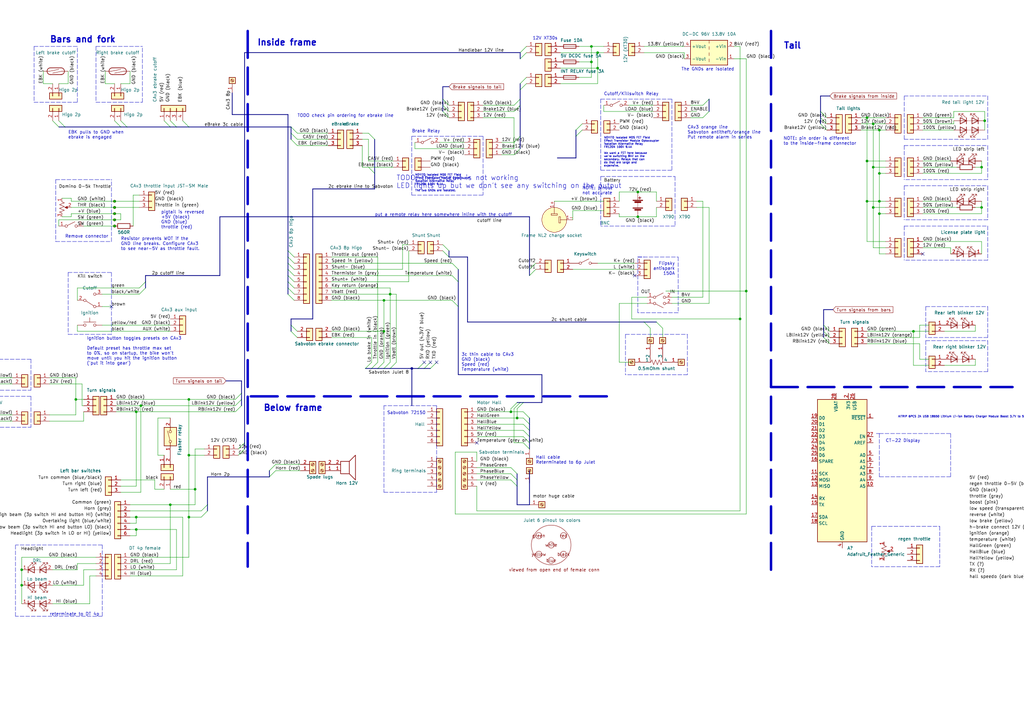
<source format=kicad_sch>
(kicad_sch (version 20211123) (generator eeschema)
  (paper "A3")
  (junction (at 46.99 82.55))
  (junction (at 55.88 217.17))
  (junction (at 355.6 82.55))
  (junction (at 242.57 25.4))
  (junction (at 77.47 163.83))
  (junction (at 402.59 68.58))
  (junction (at 360.68 53.34))
  (junction (at 77.47 186.69))
  (junction (at 209.55 168.91))
  (junction (at 261.62 78.74))
  (junction (at 77.47 212.09))
  (junction (at 358.14 85.09))
  (junction (at 303.53 130.81))
  (junction (at 212.09 171.45))
  (junction (at 360.68 87.63))
  (junction (at 245.11 21.59))
  (junction (at 374.65 135.89))
  (junction (at 157.48 123.19))
  (junction (at 360.68 82.55))
  (junction (at 55.88 168.91))
  (junction (at 355.6 48.26))
  (junction (at 242.57 19.05))
  (junction (at 46.99 90.17))
  (junction (at 57.785 166.37))
  (junction (at 403.86 49.53))
  (junction (at 80.01 200.66))
  (junction (at 168.91 151.13))
  (junction (at 8.89 240.03))
  (junction (at 358.14 50.8))
  (junction (at 157.48 135.89))
  (junction (at 358.14 68.58))
  (junction (at 360.68 71.12))
  (junction (at 8.89 233.68))
  (junction (at 355.6 66.04))
  (junction (at 69.85 207.01))
  (junction (at 46.99 92.71))
  (junction (at 46.99 85.09))
  (junction (at 402.59 85.09))
  (junction (at 261.62 88.9))
  (junction (at 160.02 120.65))
  (junction (at 55.88 212.09))
  (junction (at 46.99 87.63))
  (junction (at 245.11 27.94))
  (junction (at 31.115 163.83))
  (junction (at 306.07 119.38))
  (no_connect (at 179.07 148.59))
  (no_connect (at 176.53 148.59))
  (no_connect (at 260.35 113.03))
  (no_connect (at 378.46 104.14))
  (no_connect (at 45.72 125.73))
  (no_connect (at 195.58 181.61))
  (no_connect (at 173.99 148.59))
  (bus_entry (at 337.82 138.43) (size 2.54 2.54))
  (bus_entry (at 337.82 133.35) (size 2.54 2.54))
  (bus_entry (at 69.85 49.53) (size 2.54 2.54))
  (bus_entry (at 210.82 63.5) (size 2.54 -2.54))
  (bus_entry (at 176.53 148.59) (size -2.54 2.54))
  (bus_entry (at 119.38 52.07) (size 2.54 2.54))
  (bus_entry (at 214.63 176.53) (size 2.54 2.54))
  (bus_entry (at 336.55 50.8) (size 2.54 2.54))
  (bus_entry (at 337.82 135.89) (size 2.54 2.54))
  (bus_entry (at 118.11 115.57) (size 2.54 2.54))
  (bus_entry (at 82.55 212.09) (size 2.54 -2.54))
  (bus_entry (at 214.63 165.1) (size -2.54 2.54))
  (bus_entry (at 336.55 45.72) (size 2.54 2.54))
  (bus_entry (at 181.61 45.72) (size 2.54 2.54))
  (bus_entry (at 264.16 132.08) (size 2.54 2.54))
  (bus_entry (at 181.61 100.33) (size 2.54 2.54))
  (bus_entry (at 213.36 43.18) (size -2.54 2.54))
  (bus_entry (at 215.9 31.75) (size -2.54 2.54))
  (bus_entry (at 179.07 148.59) (size -2.54 2.54))
  (bus_entry (at 119.38 57.15) (size 2.54 2.54))
  (bus_entry (at 269.24 132.08) (size 2.54 2.54))
  (bus_entry (at 118.11 118.11) (size 2.54 2.54))
  (bus_entry (at 185.42 113.03) (size 2.54 2.54))
  (bus_entry (at 160.02 148.59) (size -2.54 2.54))
  (bus_entry (at 162.56 148.59) (size -2.54 2.54))
  (bus_entry (at 213.36 40.64) (size -2.54 2.54))
  (bus_entry (at 210.82 58.42) (size 2.54 -2.54))
  (bus_entry (at 118.11 105.41) (size 2.54 2.54))
  (bus_entry (at 119.38 133.35) (size 2.54 2.54))
  (bus_entry (at 49.53 49.53) (size 2.54 2.54))
  (bus_entry (at 96.52 163.83) (size 2.54 -2.54))
  (bus_entry (at 96.52 166.37) (size 2.54 -2.54))
  (bus_entry (at 96.52 168.91) (size 2.54 -2.54))
  (bus_entry (at 21.59 49.53) (size 2.54 2.54))
  (bus_entry (at 57.15 118.11) (size 2.54 -2.54))
  (bus_entry (at 181.61 40.64) (size 2.54 2.54))
  (bus_entry (at 336.55 48.26) (size 2.54 2.54))
  (bus_entry (at 215.9 34.29) (size -2.54 2.54))
  (bus_entry (at 24.13 49.53) (size 2.54 2.54))
  (bus_entry (at 118.11 113.03) (size 2.54 2.54))
  (bus_entry (at 215.9 21.59) (size -2.54 2.54))
  (bus_entry (at 157.48 148.59) (size -2.54 2.54))
  (bus_entry (at 118.11 110.49) (size 2.54 2.54))
  (bus_entry (at 97.79 186.69) (size 2.54 -2.54))
  (bus_entry (at 46.99 49.53) (size 2.54 2.54))
  (bus_entry (at 214.63 179.07) (size 2.54 2.54))
  (bus_entry (at 118.11 107.95) (size 2.54 2.54))
  (bus_entry (at 288.29 43.18) (size 2.54 -2.54))
  (bus_entry (at 151.13 54.61) (size 2.54 2.54))
  (bus_entry (at 181.61 43.18) (size 2.54 2.54))
  (bus_entry (at 209.55 194.31) (size 2.54 2.54))
  (bus_entry (at 214.63 168.91) (size 2.54 2.54))
  (bus_entry (at 151.13 68.58) (size 2.54 2.54))
  (bus_entry (at 97.79 184.15) (size 2.54 -2.54))
  (bus_entry (at 209.55 196.85) (size 2.54 2.54))
  (bus_entry (at 82.55 209.55) (size 2.54 -2.54))
  (bus_entry (at 152.4 148.59) (size -2.54 2.54))
  (bus_entry (at 57.15 120.65) (size 2.54 -2.54))
  (bus_entry (at 119.38 54.61) (size 2.54 2.54))
  (bus_entry (at 238.76 50.8) (size -2.54 2.54))
  (bus_entry (at 118.11 102.87) (size 2.54 2.54))
  (bus_entry (at 181.61 102.87) (size 2.54 2.54))
  (bus_entry (at 74.93 49.53) (size 2.54 2.54))
  (bus_entry (at 173.99 148.59) (size -2.54 2.54))
  (bus_entry (at 215.9 19.05) (size -2.54 2.54))
  (bus_entry (at 213.36 165.1) (size -2.54 2.54))
  (bus_entry (at 67.31 49.53) (size 2.54 2.54))
  (bus_entry (at 209.55 191.77) (size 2.54 2.54))
  (bus_entry (at 238.76 53.34) (size -2.54 2.54))
  (bus_entry (at 214.63 171.45) (size 2.54 2.54))
  (bus_entry (at 212.09 165.1) (size -2.54 2.54))
  (bus_entry (at 288.29 48.26) (size 2.54 -2.54))
  (bus_entry (at 119.38 135.89) (size 2.54 2.54))
  (bus_entry (at 219.71 107.95) (size -2.54 2.54))
  (bus_entry (at 110.49 193.04) (size 2.54 -2.54))
  (bus_entry (at 185.42 107.95) (size 2.54 2.54))
  (bus_entry (at 110.49 195.58) (size 2.54 -2.54))
  (bus_entry (at 154.94 148.59) (size -2.54 2.54))
  (bus_entry (at 219.71 110.49) (size -2.54 2.54))
  (bus_entry (at 214.63 181.61) (size 2.54 2.54))
  (bus_entry (at 185.42 123.19) (size 2.54 2.54))
  (bus_entry (at 118.11 120.65) (size 2.54 2.54))
  (bus_entry (at 214.63 173.99) (size 2.54 2.54))
  (wire (pts (xy 355.6 66.04) (xy 363.22 66.04)))
  (wire (pts (xy 403.86 49.53) (xy 403.86 53.34)))
  (wire (pts (xy 24.13 92.71) (xy 24.13 90.17)))
  (wire (pts (xy 135.89 107.95) (xy 185.42 107.95)))
  (wire (pts (xy 135.89 120.65) (xy 160.02 120.65)))
  (wire (pts (xy 303.53 130.81) (xy 303.53 209.55)))
  (wire (pts (xy 43.18 34.29) (xy 46.99 34.29)))
  (wire (pts (xy 212.09 167.64) (xy 212.09 171.45)))
  (wire (pts (xy 49.53 201.93) (xy 57.785 201.93)))
  (polyline (pts (xy -22.86 175.26) (xy 12.7 175.26)))
  (wire (pts (xy 157.48 135.89) (xy 157.48 148.59)))
  (wire (pts (xy 280.67 19.05) (xy 264.16 19.05)))
  (wire (pts (xy 55.88 217.17) (xy 72.39 217.17)))
  (wire (pts (xy 57.785 201.93) (xy 57.785 166.37)))
  (wire (pts (xy 280.67 24.13) (xy 280.67 21.59)))
  (wire (pts (xy 400.05 135.89) (xy 387.35 135.89)))
  (wire (pts (xy -21.59 170.18) (xy -21.59 172.72)))
  (wire (pts (xy 80.01 184.15) (xy 83.82 184.15)))
  (wire (pts (xy 36.83 247.65) (xy 36.83 236.22)))
  (wire (pts (xy 170.18 58.42) (xy 170.18 60.96)))
  (bus (pts (xy 95.25 38.1) (xy 95.25 46.99)))
  (bus (pts (xy 181.61 45.72) (xy 181.61 43.18)))
  (wire (pts (xy 377.19 138.43) (xy 377.19 133.35)))
  (wire (pts (xy 378.46 66.04) (xy 389.89 66.04)))
  (bus (pts (xy 77.47 52.07) (xy 119.38 52.07)))
  (bus (pts (xy 90.17 88.9) (xy 217.17 88.9)))
  (wire (pts (xy 283.21 45.72) (xy 285.75 45.72)))
  (polyline (pts (xy 39.37 19.05) (xy 58.42 19.05)))
  (wire (pts (xy 49.53 199.39) (xy 55.88 199.39)))
  (polyline (pts (xy 261.62 105.41) (xy 264.16 105.41)))
  (wire (pts (xy 254 88.9) (xy 261.62 88.9)))
  (wire (pts (xy 378.46 71.12) (xy 402.59 71.12)))
  (bus (pts (xy 26.67 52.07) (xy 49.53 52.07)))
  (wire (pts (xy 69.85 207.01) (xy 80.01 207.01)))
  (polyline (pts (xy 405.13 59.69) (xy 405.13 73.66)))
  (wire (pts (xy 212.09 171.45) (xy 214.63 171.45)))
  (wire (pts (xy 195.58 191.77) (xy 209.55 191.77)))
  (wire (pts (xy 358.14 68.58) (xy 358.14 85.09)))
  (wire (pts (xy 209.55 168.91) (xy 214.63 168.91)))
  (polyline (pts (xy 370.84 92.71) (xy 370.84 106.68)))
  (wire (pts (xy 160.02 120.65) (xy 162.56 120.65)))
  (bus (pts (xy 154.94 151.13) (xy 157.48 151.13)))
  (wire (pts (xy 46.99 82.55) (xy 57.15 82.55)))
  (bus (pts (xy 59.69 115.57) (xy 59.69 118.11)))
  (polyline (pts (xy 41.91 223.52) (xy 6.35 223.52)))
  (wire (pts (xy 360.68 82.55) (xy 363.22 82.55)))
  (wire (pts (xy 242.57 19.05) (xy 247.65 19.05)))
  (wire (pts (xy 69.85 231.14) (xy 69.85 207.01)))
  (polyline (pts (xy 385.445 232.41) (xy 357.505 232.41)))
  (wire (pts (xy 195.58 199.39) (xy 195.58 209.55)))
  (wire (pts (xy 402.59 68.58) (xy 402.59 71.12)))
  (wire (pts (xy 53.34 29.21) (xy 53.34 34.29)))
  (bus (pts (xy 99.06 166.37) (xy 99.06 163.83)))
  (wire (pts (xy 363.22 99.06) (xy 355.6 99.06)))
  (wire (pts (xy 247.65 45.72) (xy 267.97 45.72)))
  (wire (pts (xy 306.07 24.13) (xy 306.07 119.38)))
  (bus (pts (xy 153.67 71.12) (xy 153.67 77.47)))
  (wire (pts (xy 195.58 209.55) (xy 303.53 209.55)))
  (wire (pts (xy 363.22 101.6) (xy 358.14 101.6)))
  (wire (pts (xy 53.34 207.01) (xy 69.85 207.01)))
  (wire (pts (xy 74.93 212.09) (xy 74.93 236.22)))
  (wire (pts (xy 161.29 66.04) (xy 151.13 66.04)))
  (polyline (pts (xy 246.38 40.64) (xy 275.59 40.64)))
  (wire (pts (xy 360.68 87.63) (xy 363.22 87.63)))
  (wire (pts (xy 25.4 88.9) (xy 29.21 88.9)))
  (wire (pts (xy 229.87 21.59) (xy 245.11 21.59)))
  (wire (pts (xy 290.83 85.09) (xy 290.83 124.46)))
  (polyline (pts (xy 157.48 166.37) (xy 157.48 201.93)))
  (wire (pts (xy 20.32 157.48) (xy 33.655 157.48)))
  (wire (pts (xy 8.89 233.68) (xy 8.89 240.03)))
  (wire (pts (xy 47.625 168.91) (xy 55.88 168.91)))
  (bus (pts (xy 236.22 55.88) (xy 236.22 53.34)))
  (wire (pts (xy 80.01 200.66) (xy 80.01 207.01)))
  (polyline (pts (xy 405.13 138.43) (xy 379.73 138.43)))
  (polyline (pts (xy 278.13 128.27) (xy 261.62 128.27)))
  (wire (pts (xy 280.67 21.59) (xy 264.16 21.59)))
  (bus (pts (xy 128.27 77.47) (xy 153.67 77.47)))
  (bus (pts (xy 212.09 207.01) (xy 217.17 207.01)))
  (bus (pts (xy 85.09 195.58) (xy 110.49 195.58)))
  (wire (pts (xy 31.115 154.94) (xy 31.115 163.83)))
  (wire (pts (xy 259.08 121.92) (xy 259.08 130.81)))
  (wire (pts (xy 402.59 99.06) (xy 402.59 104.14)))
  (wire (pts (xy 8.89 228.6) (xy 39.37 228.6)))
  (wire (pts (xy 152.4 138.43) (xy 152.4 148.59)))
  (polyline (pts (xy 370.84 92.71) (xy 405.13 92.71)))
  (bus (pts (xy 337.82 138.43) (xy 337.82 135.89)))
  (bus (pts (xy 336.55 45.72) (xy 336.55 39.37)))
  (bus (pts (xy 228.6 64.77) (xy 236.22 64.77)))
  (wire (pts (xy -21.59 154.94) (xy -21.59 157.48)))
  (wire (pts (xy 229.87 27.94) (xy 245.11 27.94)))
  (bus (pts (xy 187.96 125.73) (xy 187.96 153.67)))
  (wire (pts (xy 77.47 212.09) (xy 77.47 228.6)))
  (wire (pts (xy 209.55 167.64) (xy 209.55 168.91)))
  (wire (pts (xy 5.08 172.72) (xy -21.59 172.72)))
  (wire (pts (xy 64.77 186.69) (xy 64.77 171.45)))
  (wire (pts (xy 135.89 115.57) (xy 167.64 115.57)))
  (wire (pts (xy 358.14 85.09) (xy 363.22 85.09)))
  (polyline (pts (xy 405.13 92.71) (xy 405.13 106.68)))
  (wire (pts (xy 55.88 168.91) (xy 55.88 199.39)))
  (wire (pts (xy 31.75 135.89) (xy 69.85 135.89)))
  (bus (pts (xy 214.63 165.1) (xy 222.25 165.1)))
  (wire (pts (xy -21.59 157.48) (xy 5.08 157.48)))
  (polyline (pts (xy 360.68 177.8) (xy 389.89 177.8)))
  (wire (pts (xy 306.07 24.13) (xy 300.99 24.13)))
  (bus (pts (xy 191.77 132.08) (xy 264.16 132.08)))
  (wire (pts (xy 360.68 104.14) (xy 363.22 104.14)))
  (wire (pts (xy 31.75 123.19) (xy 31.75 118.11)))
  (wire (pts (xy 34.29 168.91) (xy 34.29 172.72)))
  (wire (pts (xy 54.61 80.01) (xy 57.15 80.01)))
  (wire (pts (xy 53.34 214.63) (xy 55.88 214.63)))
  (wire (pts (xy 285.75 82.55) (xy 288.29 82.55)))
  (wire (pts (xy 402.59 85.09) (xy 402.59 87.63)))
  (wire (pts (xy 121.92 59.69) (xy 134.62 59.69)))
  (polyline (pts (xy 13.97 41.91) (xy 31.75 41.91)))
  (wire (pts (xy 53.34 231.14) (xy 69.85 231.14)))
  (wire (pts (xy 46.99 90.17) (xy 49.53 90.17)))
  (wire (pts (xy 31.75 231.14) (xy 39.37 231.14)))
  (polyline (pts (xy 246.38 40.64) (xy 246.38 69.85)))
  (wire (pts (xy 254 124.46) (xy 254 148.59)))
  (polyline (pts (xy 12.7 147.32) (xy -22.86 147.32)))
  (bus (pts (xy 90.17 113.03) (xy 59.69 113.03)))
  (bus (pts (xy 184.15 35.56) (xy 181.61 35.56)))
  (wire (pts (xy 242.57 25.4) (xy 242.57 31.75)))
  (polyline (pts (xy 405.13 139.7) (xy 405.13 152.4)))
  (wire (pts (xy 47.625 166.37) (xy 57.785 166.37)))
  (wire (pts (xy 378.46 82.55) (xy 389.89 82.55)))
  (wire (pts (xy 378.46 99.06) (xy 402.59 99.06)))
  (wire (pts (xy 135.89 123.19) (xy 157.48 123.19)))
  (wire (pts (xy 161.29 68.58) (xy 151.13 68.58)))
  (bus (pts (xy 336.55 39.37) (xy 340.36 39.37)))
  (wire (pts (xy 54.61 80.01) (xy 54.61 92.71)))
  (wire (pts (xy 31.75 118.11) (xy 57.15 118.11)))
  (wire (pts (xy 360.68 71.12) (xy 360.68 82.55)))
  (wire (pts (xy 69.85 200.66) (xy 80.01 200.66)))
  (wire (pts (xy 242.57 19.05) (xy 242.57 25.4)))
  (bus (pts (xy 336.55 48.26) (xy 336.55 45.72)))
  (wire (pts (xy 47.625 163.83) (xy 77.47 163.83)))
  (polyline (pts (xy 316.23 12.7) (xy 316.23 233.68)) (stroke (width 1)))
  (wire (pts (xy 29.21 87.63) (xy 46.99 87.63)))
  (bus (pts (xy 217.17 88.9) (xy 217.17 110.49)))
  (polyline (pts (xy 101.6 12.7) (xy 101.6 232.41)) (stroke (width 1)))
  (polyline (pts (xy 179.07 166.37) (xy 179.07 201.93)))
  (polyline (pts (xy 22.86 99.06) (xy 45.72 99.06)))
  (wire (pts (xy -8.89 170.18) (xy 5.08 170.18)))
  (bus (pts (xy 264.16 132.08) (xy 269.24 132.08)))
  (bus (pts (xy 119.38 54.61) (xy 119.38 57.15)))
  (wire (pts (xy 402.59 82.55) (xy 402.59 85.09)))
  (polyline (pts (xy 473.71 203.2) (xy 473.71 236.22)))
  (polyline (pts (xy 13.97 19.05) (xy 31.75 19.05)))
  (bus (pts (xy 212.09 196.85) (xy 212.09 199.39)))
  (polyline (pts (xy 443.23 203.2) (xy 443.23 236.22)))
  (polyline (pts (xy 27.94 111.76) (xy 45.72 111.76)))
  (bus (pts (xy 171.45 151.13) (xy 173.99 151.13)))
  (wire (pts (xy 53.34 233.68) (xy 72.39 233.68)))
  (polyline (pts (xy 6.35 252.73) (xy 6.35 223.52)))
  (wire (pts (xy 288.29 121.92) (xy 275.59 121.92)))
  (bus (pts (xy 99.06 161.29) (xy 99.06 156.21)))
  (polyline (pts (xy 275.59 40.64) (xy 275.59 69.85)))
  (wire (pts (xy 198.12 43.18) (xy 210.82 43.18)))
  (polyline (pts (xy 276.86 92.71) (xy 246.38 92.71)))
  (polyline (pts (xy 102.87 162.56) (xy 252.73 162.56)) (stroke (width 1)))
  (polyline (pts (xy 379.73 125.73) (xy 405.13 125.73)))
  (wire (pts (xy 261.62 78.74) (xy 269.24 78.74)))
  (polyline (pts (xy 405.13 106.68) (xy 370.84 106.68)))
  (bus (pts (xy 181.61 35.56) (xy 181.61 40.64)))
  (polyline (pts (xy 198.12 55.88) (xy 198.12 80.01)))
  (bus (pts (xy 52.07 52.07) (xy 69.85 52.07)))
  (wire (pts (xy 355.6 135.89) (xy 374.65 135.89)))
  (bus (pts (xy 337.82 133.35) (xy 337.82 127)))
  (bus (pts (xy 69.85 52.07) (xy 72.39 52.07)))
  (polyline (pts (xy 360.68 195.58) (xy 360.68 177.8)))
  (bus (pts (xy 99.06 163.83) (xy 99.06 161.29)))
  (bus (pts (xy 337.82 135.89) (xy 337.82 133.35)))
  (wire (pts (xy 34.29 166.37) (xy 33.655 166.37)))
  (bus (pts (xy 212.09 165.1) (xy 213.36 165.1)))
  (wire (pts (xy 198.12 48.26) (xy 210.82 48.26)))
  (wire (pts (xy 195.58 194.31) (xy 209.55 194.31)))
  (wire (pts (xy 29.21 82.55) (xy 46.99 82.55)))
  (bus (pts (xy 157.48 151.13) (xy 160.02 151.13)))
  (polyline (pts (xy 389.89 195.58) (xy 360.68 195.58)))
  (polyline (pts (xy 45.72 111.76) (xy 45.72 137.16)))
  (wire (pts (xy 27.94 29.21) (xy 27.94 34.29)))
  (bus (pts (xy 168.91 151.13) (xy 168.91 166.37)))
  (polyline (pts (xy 41.91 223.52) (xy 41.91 252.73)))
  (wire (pts (xy 378.46 101.6) (xy 389.89 101.6)))
  (wire (pts (xy 53.34 34.29) (xy 49.53 34.29)))
  (wire (pts (xy 17.78 34.29) (xy 21.59 34.29)))
  (wire (pts (xy 77.47 186.69) (xy 77.47 212.09)))
  (bus (pts (xy 213.36 36.83) (xy 213.36 40.64)))
  (wire (pts (xy 121.92 57.15) (xy 134.62 57.15)))
  (wire (pts (xy 34.29 240.03) (xy 34.29 233.68)))
  (wire (pts (xy 167.64 115.57) (xy 167.64 102.87)))
  (wire (pts (xy 154.94 105.41) (xy 154.94 148.59)))
  (wire (pts (xy 400.05 133.35) (xy 400.05 135.89)))
  (wire (pts (xy 162.56 120.65) (xy 162.56 148.59)))
  (bus (pts (xy 213.36 55.88) (xy 213.36 60.96)))
  (bus (pts (xy 222.25 153.67) (xy 222.25 165.1)))
  (bus (pts (xy 119.38 135.89) (xy 119.38 133.35)))
  (bus (pts (xy 187.96 115.57) (xy 187.96 125.73)))
  (wire (pts (xy 20.32 154.94) (xy 31.115 154.94)))
  (wire (pts (xy 121.92 54.61) (xy 134.62 54.61)))
  (bus (pts (xy 110.49 193.04) (xy 110.49 195.58)))
  (polyline (pts (xy 22.86 73.66) (xy 22.86 99.06)))
  (wire (pts (xy 36.83 236.22) (xy 39.37 236.22)))
  (polyline (pts (xy 357.505 215.9) (xy 385.445 215.9)))
  (wire (pts (xy 72.39 217.17) (xy 72.39 233.68)))
  (polyline (pts (xy 405.13 125.73) (xy 405.13 138.43)))
  (wire (pts (xy 245.11 27.94) (xy 245.11 34.29)))
  (wire (pts (xy 210.82 63.5) (xy 205.74 63.5)))
  (bus (pts (xy 119.38 133.35) (xy 119.38 130.81)))
  (wire (pts (xy 360.68 53.34) (xy 360.68 71.12)))
  (wire (pts (xy 257.81 43.18) (xy 267.97 43.18)))
  (polyline (pts (xy 405.13 73.66) (xy 370.84 73.66)))
  (wire (pts (xy 306.07 210.82) (xy 306.07 119.38)))
  (wire (pts (xy 43.18 29.21) (xy 43.18 34.29)))
  (wire (pts (xy 254 148.59) (xy 259.08 148.59)))
  (wire (pts (xy 245.11 21.59) (xy 245.11 27.94)))
  (polyline (pts (xy 359.41 177.8) (xy 360.68 177.8)))
  (wire (pts (xy 254 87.63) (xy 254 88.9)))
  (wire (pts (xy 387.35 149.86) (xy 400.05 149.86)))
  (wire (pts (xy 273.05 119.38) (xy 306.07 119.38)))
  (wire (pts (xy 360.68 53.34) (xy 363.22 53.34)))
  (bus (pts (xy 187.96 110.49) (xy 187.96 115.57)))
  (bus (pts (xy 95.25 46.99) (xy 118.11 46.99)))
  (wire (pts (xy 195.58 189.23) (xy 195.58 185.42)))
  (wire (pts (xy 63.5 196.85) (xy 63.5 200.66)))
  (wire (pts (xy 353.06 48.26) (xy 355.6 48.26)))
  (bus (pts (xy 118.11 118.11) (xy 118.11 115.57)))
  (bus (pts (xy 173.99 151.13) (xy 176.53 151.13)))
  (bus (pts (xy 213.36 40.64) (xy 213.36 43.18)))
  (wire (pts (xy 29.21 85.09) (xy 46.99 85.09)))
  (wire (pts (xy 198.12 45.72) (xy 210.82 45.72)))
  (wire (pts (xy 195.58 173.99) (xy 214.63 173.99)))
  (wire (pts (xy 31.75 233.68) (xy 21.59 233.68)))
  (polyline (pts (xy 370.84 76.2) (xy 405.13 76.2)))
  (wire (pts (xy 77.47 163.83) (xy 77.47 186.69)))
  (wire (pts (xy 8.89 228.6) (xy 8.89 233.68)))
  (bus (pts (xy 217.17 193.04) (xy 217.17 207.01)))
  (wire (pts (xy 391.16 50.8) (xy 378.46 50.8)))
  (wire (pts (xy 378.46 85.09) (xy 392.43 85.09)))
  (bus (pts (xy 337.82 127) (xy 341.63 127)))
  (wire (pts (xy 34.29 233.68) (xy 39.37 233.68)))
  (wire (pts (xy 77.47 186.69) (xy 83.82 186.69)))
  (polyline (pts (xy 168.91 55.88) (xy 198.12 55.88)))
  (polyline (pts (xy 473.71 236.22) (xy 443.23 236.22)))
  (wire (pts (xy 21.59 247.65) (xy 36.83 247.65)))
  (wire (pts (xy 290.83 124.46) (xy 275.59 124.46)))
  (bus (pts (xy 217.17 171.45) (xy 217.17 173.99)))
  (bus (pts (xy 118.11 120.65) (xy 118.11 118.11)))
  (bus (pts (xy 118.11 115.57) (xy 118.11 113.03)))
  (polyline (pts (xy 357.505 215.9) (xy 357.505 232.41)))
  (wire (pts (xy 170.18 60.96) (xy 190.5 60.96)))
  (bus (pts (xy 100.33 21.59) (xy 100.33 181.61)))
  (wire (pts (xy 53.34 236.22) (xy 74.93 236.22)))
  (polyline (pts (xy 39.37 19.05) (xy 39.37 41.91)))
  (polyline (pts (xy 379.73 139.7) (xy 379.73 152.4)))
  (wire (pts (xy 265.43 121.92) (xy 259.08 121.92)))
  (polyline (pts (xy 12.7 162.56) (xy 12.7 175.26)))
  (wire (pts (xy 358.14 85.09) (xy 358.14 101.6)))
  (wire (pts (xy 205.74 58.42) (xy 210.82 58.42)))
  (polyline (pts (xy 443.23 203.2) (xy 473.71 203.2)))
  (bus (pts (xy 191.77 105.41) (xy 191.77 132.08)))
  (wire (pts (xy 41.91 125.73) (xy 45.72 125.73)))
  (bus (pts (xy 212.09 194.31) (xy 212.09 196.85)))
  (wire (pts (xy 160.02 118.11) (xy 160.02 120.65)))
  (wire (pts (xy 148.59 57.15) (xy 151.13 57.15)))
  (wire (pts (xy 195.58 168.91) (xy 209.55 168.91)))
  (wire (pts (xy 227.33 82.55) (xy 247.65 82.55)))
  (wire (pts (xy 186.69 185.42) (xy 186.69 210.82)))
  (polyline (pts (xy 405.13 90.17) (xy 370.84 90.17)))
  (polyline (pts (xy 45.72 73.66) (xy 45.72 73.66)))
  (polyline (pts (xy 316.23 158.75) (xy 415.29 158.75)) (stroke (width 1)))
  (wire (pts (xy 391.16 49.53) (xy 391.16 50.8)))
  (bus (pts (xy 149.86 151.13) (xy 152.4 151.13)))
  (wire (pts (xy 55.88 219.71) (xy 53.34 219.71)))
  (polyline (pts (xy 13.97 19.05) (xy 13.97 41.91)))
  (wire (pts (xy 303.53 19.05) (xy 303.53 130.81)))
  (wire (pts (xy 237.49 19.05) (xy 242.57 19.05)))
  (wire (pts (xy 195.58 185.42) (xy 186.69 185.42)))
  (wire (pts (xy 358.14 50.8) (xy 358.14 68.58)))
  (wire (pts (xy 195.58 171.45) (xy 212.09 171.45)))
  (wire (pts (xy 400.05 85.09) (xy 402.59 85.09)))
  (wire (pts (xy 288.29 48.26) (xy 283.21 48.26)))
  (wire (pts (xy 53.34 228.6) (xy 77.47 228.6)))
  (wire (pts (xy 64.77 171.45) (xy 69.85 171.45)))
  (wire (pts (xy 360.68 82.55) (xy 360.68 87.63)))
  (wire (pts (xy 355.6 82.55) (xy 360.68 82.55)))
  (bus (pts (xy 100.33 181.61) (xy 100.33 184.15)))
  (polyline (pts (xy 370.84 59.69) (xy 370.84 73.66)))
  (wire (pts (xy 266.7 134.62) (xy 266.7 138.43)))
  (wire (pts (xy 55.88 168.91) (xy 96.52 168.91)))
  (wire (pts (xy 378.46 68.58) (xy 392.43 68.58)))
  (wire (pts (xy 113.03 190.5) (xy 123.19 190.5)))
  (wire (pts (xy 360.68 71.12) (xy 363.22 71.12)))
  (wire (pts (xy 135.89 105.41) (xy 154.94 105.41)))
  (bus (pts (xy 152.4 151.13) (xy 154.94 151.13)))
  (bus (pts (xy 168.91 151.13) (xy 171.45 151.13)))
  (wire (pts (xy 63.5 200.66) (xy 67.31 200.66)))
  (wire (pts (xy 148.59 54.61) (xy 151.13 54.61)))
  (polyline (pts (xy 405.13 76.2) (xy 405.13 90.17)))
  (wire (pts (xy 53.34 217.17) (xy 55.88 217.17)))
  (bus (pts (xy 85.09 209.55) (xy 85.09 207.01)))
  (wire (pts (xy 283.21 43.18) (xy 288.29 43.18)))
  (polyline (pts (xy 370.84 39.37) (xy 405.13 39.37)))
  (polyline (pts (xy 246.38 72.39) (xy 246.38 92.71)))
  (wire (pts (xy 210.82 181.61) (xy 214.63 181.61)))
  (bus (pts (xy 217.17 173.99) (xy 217.17 176.53)))
  (wire (pts (xy 24.13 90.17) (xy 46.99 90.17)))
  (wire (pts (xy 55.88 214.63) (xy 55.88 212.09)))
  (wire (pts (xy 8.89 240.03) (xy 8.89 247.65)))
  (wire (pts (xy 290.83 85.09) (xy 285.75 85.09)))
  (polyline (pts (xy 379.73 125.73) (xy 379.73 138.43)))
  (wire (pts (xy 374.65 149.86) (xy 381 149.86)))
  (polyline (pts (xy 281.94 153.67) (xy 256.54 153.67)))
  (wire (pts (xy 355.6 82.55) (xy 355.6 99.06)))
  (bus (pts (xy 92.71 156.21) (xy 99.06 156.21)))
  (polyline (pts (xy 41.91 252.73) (xy 6.35 252.73)))
  (bus (pts (xy 118.11 110.49) (xy 118.11 107.95)))
  (bus (pts (xy 24.13 52.07) (xy 26.67 52.07)))
  (bus (pts (xy 128.27 77.47) (xy 128.27 130.81)))
  (wire (pts (xy 167.64 100.33) (xy 165.1 100.33)))
  (wire (pts (xy 151.13 68.58) (xy 148.59 68.58)))
  (bus (pts (xy 72.39 52.07) (xy 77.47 52.07)))
  (wire (pts (xy 271.78 134.62) (xy 271.78 138.43)))
  (wire (pts (xy 355.6 140.97) (xy 377.19 140.97)))
  (wire (pts (xy 21.59 240.03) (xy 34.29 240.03)))
  (wire (pts (xy 374.65 135.89) (xy 381 135.89)))
  (wire (pts (xy 67.31 186.69) (xy 64.77 186.69)))
  (wire (pts (xy 374.65 135.89) (xy 374.65 149.86)))
  (wire (pts (xy 245.11 107.95) (xy 260.35 107.95)))
  (wire (pts (xy 55.88 212.09) (xy 74.93 212.09)))
  (polyline (pts (xy 379.73 139.7) (xy 405.13 139.7)))
  (wire (pts (xy 247.65 43.18) (xy 247.65 45.72)))
  (wire (pts (xy 254 124.46) (xy 265.43 124.46)))
  (wire (pts (xy 135.89 113.03) (xy 185.42 113.03)))
  (bus (pts (xy 184.15 105.41) (xy 191.77 105.41)))
  (polyline (pts (xy 39.37 41.91) (xy 58.42 41.91)))
  (polyline (pts (xy 27.94 111.76) (xy 27.94 137.16)))
  (wire (pts (xy 378.46 53.34) (xy 391.16 53.34)))
  (wire (pts (xy 391.16 45.72) (xy 391.16 48.26)))
  (wire (pts (xy 135.89 110.49) (xy 165.1 110.49)))
  (wire (pts (xy 180.34 58.42) (xy 190.5 58.42)))
  (wire (pts (xy 254 82.55) (xy 254 78.74)))
  (polyline (pts (xy 389.89 177.8) (xy 389.89 195.58)))
  (bus (pts (xy 153.67 57.15) (xy 153.67 71.12)))
  (wire (pts (xy 353.06 53.34) (xy 360.68 53.34)))
  (wire (pts (xy 53.34 209.55) (xy 82.55 209.55)))
  (wire (pts (xy 355.6 66.04) (xy 355.6 82.55)))
  (polyline (pts (xy 12.7 147.32) (xy 12.7 160.02)))
  (wire (pts (xy 186.69 210.82) (xy 306.07 210.82)))
  (wire (pts (xy 400.05 68.58) (xy 402.59 68.58)))
  (wire (pts (xy 113.03 193.04) (xy 123.19 193.04)))
  (wire (pts (xy 363.22 48.26) (xy 355.6 48.26)))
  (bus (pts (xy 217.17 176.53) (xy 217.17 179.07)))
  (wire (pts (xy 377.19 140.97) (xy 377.19 147.32)))
  (polyline (pts (xy 370.84 57.15) (xy 370.84 39.37)))
  (wire (pts (xy 135.89 135.89) (xy 157.48 135.89)))
  (bus (pts (xy 100.33 21.59) (xy 213.36 21.59)))
  (wire (pts (xy -8.89 154.94) (xy 5.08 154.94)))
  (wire (pts (xy 377.19 133.35) (xy 381 133.35)))
  (bus (pts (xy 290.83 40.64) (xy 290.83 45.72)))
  (polyline (pts (xy 157.48 201.93) (xy 179.07 201.93)))
  (wire (pts (xy 17.78 29.21) (xy 17.78 34.29)))
  (bus (pts (xy 184.15 102.87) (xy 184.15 105.41)))
  (wire (pts (xy 269.24 78.74) (xy 269.24 82.55)))
  (wire (pts (xy 378.46 87.63) (xy 402.59 87.63)))
  (wire (pts (xy 403.86 45.72) (xy 403.86 49.53)))
  (polyline (pts (xy 370.84 76.2) (xy 370.84 90.17)))
  (wire (pts (xy 29.21 81.28) (xy 29.21 82.55)))
  (polyline (pts (xy 168.91 80.01) (xy 198.12 80.01)))
  (wire (pts (xy 254 78.74) (xy 261.62 78.74)))
  (polyline (pts (xy 281.94 137.16) (xy 281.94 153.67)))
  (bus (pts (xy 217.17 113.03) (xy 217.17 110.49)))
  (bus (pts (xy 213.36 43.18) (xy 213.36 55.88)))
  (wire (pts (xy 29.21 88.9) (xy 29.21 87.63)))
  (wire (pts (xy 363.22 50.8) (xy 358.14 50.8)))
  (wire (pts (xy 389.89 101.6) (xy 389.89 104.14)))
  (bus (pts (xy 118.11 107.95) (xy 118.11 105.41)))
  (wire (pts (xy 49.53 87.63) (xy 49.53 90.17)))
  (wire (pts (xy 77.47 163.83) (xy 96.52 163.83)))
  (wire (pts (xy 210.82 181.61) (xy 210.82 167.64)))
  (polyline (pts (xy 256.54 137.16) (xy 281.94 137.16)))
  (bus (pts (xy 160.02 151.13) (xy 168.91 151.13)))
  (wire (pts (xy 261.62 88.9) (xy 269.24 88.9)))
  (wire (pts (xy 237.49 25.4) (xy 242.57 25.4)))
  (polyline (pts (xy 58.42 41.91) (xy 58.42 19.05)))
  (polyline (pts (xy 31.75 41.91) (xy 31.75 19.05)))
  (wire (pts (xy 151.13 57.15) (xy 151.13 66.04)))
  (wire (pts (xy 31.75 133.35) (xy 31.75 135.89)))
  (wire (pts (xy 46.99 87.63) (xy 49.53 87.63)))
  (bus (pts (xy 236.22 55.88) (xy 236.22 64.77)))
  (wire (pts (xy 402.59 66.04) (xy 402.59 68.58)))
  (wire (pts (xy 234.95 86.36) (xy 247.65 86.36)))
  (wire (pts (xy 31.115 163.83) (xy 31.115 170.18)))
  (polyline (pts (xy 256.54 137.16) (xy 256.54 153.67)))
  (wire (pts (xy 41.91 133.35) (xy 69.85 133.35)))
  (polyline (pts (xy 45.72 137.16) (xy 27.94 137.16)))
  (polyline (pts (xy -22.86 160.02) (xy 12.7 160.02)))
  (bus (pts (xy 336.55 50.8) (xy 336.55 48.26)))
  (wire (pts (xy 245.11 21.59) (xy 247.65 21.59)))
  (wire (pts (xy 234.95 86.36) (xy 234.95 90.17)))
  (bus (pts (xy 213.36 165.1) (xy 214.63 165.1)))
  (wire (pts (xy 195.58 176.53) (xy 214.63 176.53)))
  (wire (pts (xy 77.47 212.09) (xy 82.55 212.09)))
  (wire (pts (xy 135.89 138.43) (xy 152.4 138.43)))
  (wire (pts (xy 157.48 123.19) (xy 185.42 123.19)))
  (bus (pts (xy 118.11 105.41) (xy 118.11 102.87)))
  (wire (pts (xy 300.99 19.05) (xy 303.53 19.05)))
  (wire (pts (xy 53.34 212.09) (xy 55.88 212.09)))
  (wire (pts (xy 49.53 196.85) (xy 63.5 196.85)))
  (bus (pts (xy 217.17 181.61) (xy 217.17 184.15)))
  (bus (pts (xy 181.61 43.18) (xy 181.61 40.64)))
  (wire (pts (xy 27.94 34.29) (xy 24.13 34.29)))
  (bus (pts (xy 59.69 113.03) (xy 59.69 115.57)))
  (wire (pts (xy 259.08 130.81) (xy 303.53 130.81)))
  (wire (pts (xy 358.14 68.58) (xy 363.22 68.58)))
  (polyline (pts (xy 22.86 73.66) (xy 45.72 73.66)))
  (wire (pts (xy 55.88 217.17) (xy 55.88 219.71)))
  (bus (pts (xy 85.09 207.01) (xy 85.09 195.58)))
  (wire (pts (xy 229.87 34.29) (xy 245.11 34.29)))
  (polyline (pts (xy 168.91 55.88) (xy 168.91 80.01)))
  (polyline (pts (xy -22.86 162.56) (xy -22.86 175.26)))
  (wire (pts (xy 237.49 31.75) (xy 242.57 31.75)))
  (wire (pts (xy 160.02 120.65) (xy 160.02 148.59)))
  (polyline (pts (xy 261.62 128.27) (xy 261.62 105.41)))
  (polyline (pts (xy 385.445 215.9) (xy 385.445 232.41)))
  (wire (pts (xy 288.29 82.55) (xy 288.29 121.92)))
  (wire (pts (xy 377.19 147.32) (xy 381 147.32)))
  (polyline (pts (xy 12.7 162.56) (xy -22.86 162.56)))
  (polyline (pts (xy 246.38 69.85) (xy 275.59 69.85)))
  (wire (pts (xy 195.58 196.85) (xy 209.55 196.85)))
  (bus (pts (xy 217.17 179.07) (xy 217.17 181.61)))
  (bus (pts (xy 212.09 199.39) (xy 212.09 207.01)))
  (wire (pts (xy 353.06 50.8) (xy 358.14 50.8)))
  (wire (pts (xy 148.59 59.69) (xy 148.59 68.58)))
  (wire (pts (xy 31.115 163.83) (xy 34.29 163.83)))
  (wire (pts (xy 234.95 110.49) (xy 260.35 110.49)))
  (bus (pts (xy 49.53 52.07) (xy 52.07 52.07)))
  (polyline (pts (xy 405.13 39.37) (xy 405.13 57.15)))
  (bus (pts (xy 118.11 113.03) (xy 118.11 110.49)))
  (bus (pts (xy 213.36 21.59) (xy 213.36 24.13)))
  (wire (pts (xy 80.01 184.15) (xy 80.01 200.66)))
  (polyline (pts (xy 405.13 152.4) (xy 379.73 152.4)))
  (wire (pts (xy 25.4 81.28) (xy 29.21 81.28)))
  (wire (pts (xy 205.74 60.96) (xy 210.82 60.96)))
  (polyline (pts (xy 278.13 105.41) (xy 278.13 128.27)))
  (wire (pts (xy 210.82 58.42) (xy 210.82 60.96)))
  (bus (pts (xy 213.36 34.29) (xy 213.36 36.83)))
  (wire (pts (xy 41.91 120.65) (xy 57.15 120.65)))
  (wire (pts (xy 355.6 48.26) (xy 355.6 66.04)))
  (wire (pts (xy 46.99 85.09) (xy 57.15 85.09)))
  (wire (pts (xy 195.58 179.07) (xy 214.63 179.07)))
  (polyline (pts (xy 179.07 166.37) (xy 157.48 166.37)))
  (bus (pts (xy 118.11 46.99) (xy 118.11 102.87)))
  (wire (pts (xy 165.1 100.33) (xy 165.1 110.49)))
  (polyline (pts (xy 370.84 57.15) (xy 405.13 57.15)))
  (wire (pts (xy 20.32 172.72) (xy 34.29 172.72)))
  (wire (pts (xy 360.68 87.63) (xy 360.68 104.14)))
  (wire (pts (xy 355.6 138.43) (xy 377.19 138.43)))
  (polyline (pts (xy 45.72 99.06) (xy 45.72 73.66)))
  (bus (pts (xy 222.25 153.67) (xy 187.96 153.67)))
  (polyline (pts (xy -22.86 147.32) (xy -22.86 160.02)))
  (wire (pts (xy 269.24 88.9) (xy 269.24 85.09)))
  (wire (pts (xy 157.48 123.19) (xy 157.48 135.89)))
  (wire (pts (xy 34.29 92.71) (xy 46.99 92.71)))
  (wire (pts (xy 400.05 147.32) (xy 400.05 149.86)))
  (polyline (pts (xy 370.84 59.69) (xy 405.13 59.69)))
  (polyline (pts (xy 276.86 72.39) (xy 276.86 92.71)))
  (wire (pts (xy 135.89 118.11) (xy 160.02 118.11)))
  (bus (pts (xy 119.38 52.07) (xy 119.38 54.61)))
  (wire (pts (xy 33.655 166.37) (xy 33.655 157.48)))
  (bus (pts (xy 128.27 130.81) (xy 119.38 130.81)))
  (wire (pts (xy 378.46 48.26) (xy 391.16 48.26)))
  (polyline (pts (xy 246.38 72.39) (xy 276.86 72.39)))
  (polyline (pts (xy 261.62 105.41) (xy 278.13 105.41)))
  (bus (pts (xy 90.17 88.9) (xy 90.17 113.03)))
  (wire (pts (xy 31.75 233.68) (xy 31.75 231.14)))
  (wire (pts (xy 403.86 45.72) (xy 391.16 45.72)))
  (wire (pts (xy 57.785 166.37) (xy 96.52 166.37)))
  (wire (pts (xy 210.82 48.26) (xy 210.82 58.42)))
  (wire (pts (xy 20.32 170.18) (xy 31.115 170.18)))
  (text "NOYITO Isolated MOS FET Field \nEffect Transistor Module Optocoupler \nisolation Alternative Relay\nFR120N 100V 9.4A" (at 247.65 60.96 0) (effects (font (size 0.8 0.8)) (justify left bottom)))
  (text "reterminate to DT 4p" (at 20.32 252.73 0) (effects (font (size 1.27 1.27)) (justify left bottom)))
  (text "put a remote relay here somewhere inline with the cutoff" (at 153.67 88.9 0) (effects (font (size 1.27 1.27)) (justify left bottom)))
  (text "hi beam switch line will go back to the blue display,\nbut you don't need that yet. it's 12V direct in.\nsame for turn signals. can be a JST female." (at -62.23 229.87 0) (effects (font (size 1.27 1.27)) (justify left bottom)))
  (text "Sabvoton 72150" (at 158.75 170.18 0) (effects (font (size 1.27 1.27)) (justify left bottom)))
  (text "Tail" (at 321.31 20.32 0) (effects (font (size 2.54 2.54) (thickness 0.508) bold) (justify left bottom)))
  (text "The two GNDs are isolated." (at 170.18 78.74 0) (effects (font (size 0.8 0.8)) (justify left bottom)))
  (text "Cutoff/Killswitch Relay" (at 247.65 39.37 0) (effects (font (size 1.27 1.27)) (justify left bottom)))
  (text "Resistor prevents WOT if the \nGND line breaks. Configure CAv3\nto see near-5V as throttle fault." (at 49.53 102.87 0) (effects (font (size 1.27 1.27)) (justify left bottom)))
  (text "Flipsky\nantispark\n150A" (at 276.86 113.03 180) (effects (font (size 1.27 1.27)) (justify right bottom)))
  (text "The original Domino switches have\nhigh enough ratings to run the\naccessories without relays. I'm\nusing an Aliexpress knockoff, so\ntime will tell.\n\nSee 0060AA9A00.pdf for internal\nwiring diagram.\n\nTurn signals have their own\ncommon/12V line (blue/black.)\nEverything else uses the same\ncommon/12V line (green.)\n" (at -34.29 218.44 0) (effects (font (size 1.27 1.27)) (justify left bottom)))
  (text "We want a FET here because\nwe're switching 84V on the\nsecondary. Relays that can\ndo that are large and\nexpensive." (at 247.65 68.58 0) (effects (font (size 0.8 0.8)) (justify left bottom)))
  (text "NOTE: pin order is different\nto the inside-frame connector" (at 321.31 59.69 0) (effects (font (size 1.27 1.27)) (justify left bottom)))
  (text "TODO: this circuit is not working\nLED lights up but we don't see any switching on the output" (at 162.56 77.47 0) (effects (font (size 2 2)) (justify left bottom)))
  (text "CT-22 Display" (at 363.22 181.61 0) (effects (font (size 1.27 1.27)) (justify left bottom)))
  (text "EBK pulls to GND when\nebrake is engaged" (at 27.94 57.15 0) (effects (font (size 1.27 1.27)) (justify left bottom)))
  (text "Hall cable\nReterminated to 6p Julet" (at 219.71 190.5 0) (effects (font (size 1.27 1.27)) (justify left bottom)))
  (text "CAv3 orange line\nSabvoton antitheft/orange line\nPut remote alarm in series" (at 281.94 57.15 0) (effects (font (size 1.27 1.27)) (justify left bottom)))
  (text "NOTE: pinout\nnot accurate" (at 238.76 80.01 0) (effects (font (size 1.27 1.27)) (justify left bottom)))
  (text "Ignition button toggles presets on CAv3\n\nDefault preset has throttle max set\nto 0%, so on startup, the bike won't\nmove until you hit the ignition button\n('put it into gear')" (at 35.56 149.86 0) (effects (font (size 1.27 1.27)) (justify left bottom)))
  (text "Hilitand MOS FET PWM \n3-20V to 3.7-27VDC 10A\n4-Channel Driver Module\nPLC Amplifier Circuit Board" (at 444.5 209.55 0) (effects (font (size 0.8 0.8)) (justify left bottom)))
  (text "TODO check pin ordering for ebrake line" (at 121.92 48.26 0) (effects (font (size 1.27 1.27)) (justify left bottom)))
  (text "Bars and fork" (at 20.32 17.78 0) (effects (font (size 2.54 2.54) (thickness 0.508) bold) (justify left bottom)))
  (text "pigtail is reversed\n+5V (black)\nGND (blue)\nthrottle (red)" (at 66.04 93.98 0) (effects (font (size 1.27 1.27)) (justify left bottom)))
  (text "AITRIP 6PCS 2A USB 18650 Lithium Li-ion Battery Charger Module Boost 3.7V to 5V 9V 12V Adjustable DC-DC Step Up Boost Module TP4056 DIY Kit Parts\n" (at 368.3 171.45 0) (effects (font (size 0.8 0.8)) (justify left bottom)))
  (text "The GNDs are isolated" (at 279.4 29.21 0) (effects (font (size 1.27 1.27)) (justify left bottom)))
  (text "12V XT30s" (at 218.44 16.51 0) (effects (font (size 1.27 1.27)) (justify left bottom)))
  (text "Inside frame" (at 105.41 19.05 0) (effects (font (size 2.54 2.54) (thickness 0.508) bold) (justify left bottom)))
  (text "Remove connector" (at 26.67 97.79 0) (effects (font (size 1.27 1.27)) (justify left bottom)))
  (text "3c thin cable to CAv3\nGND (black)\nSpeed (red)\nTemperature (white)" (at 189.23 152.4 0) (effects (font (size 1.27 1.27)) (justify left bottom)))
  (text "NOYITO Isolated MOS FET Field \nEffect Transistor Module Optocoupler \nisolation Alternative Relay\nFR120N 100V 9.4A" (at 170.18 76.2 0) (effects (font (size 0.8 0.8)) (justify left bottom)))
  (text "Below frame" (at 107.95 168.91 0) (effects (font (size 2.54 2.54) (thickness 0.508) bold) (justify left bottom)))
  (text "Brake Relay" (at 168.91 54.61 0) (effects (font (size 1.27 1.27)) (justify left bottom)))
  (label "2c ebrake line to Sabvoton" (at 134.6042 77.47 0))
  (label "Throttle in (black)" (at 154.94 147.32 90))
  (label "GND (black)" (at 256.54 91.44 0))
  (label "GND (black)" (at 397.51 201.93 0))
  (label "DRL (red)" (at 31.75 233.68 180))
  (label "Sabvoton Julet 8" (at 151.13 153.67 0))
  (label "Vbatt (red)" (at 135.89 120.65 0))
  (label "100% (red)" (at 378.46 71.12 0))
  (label "Handlebar 12V line" (at 187.96 21.59 0))
  (label "GND (black)" (at 339.09 48.26 180))
  (label "GND (black)" (at 55.88 22.86 270))
  (label "ignition (orange)" (at 397.51 219.71 0))
  (label "72V (red)" (at 257.81 78.74 0))
  (label "temperature (white)" (at 397.51 222.25 0))
  (label "PhaseYellow" (at 196.85 196.85 0))
  (label "TX (?)" (at 397.51 232.41 0))
  (label "Throttle out (green)" (at 135.89 105.41 0))
  (label "throttle (gray)" (at 397.51 204.47 0))
  (label "12V (blue)" (at 353.06 50.8 0))
  (label "GND (black)" (at 280.67 24.13 180))
  (label "GND (black)" (at 30.48 22.86 270))
  (label "V+ (red)" (at 190.5 58.42 180))
  (label "GND" (at 279.4 124.46 0))
  (label "black" (at 45.72 135.89 0))
  (label "EBK (red)" (at 135.89 138.43 0))
  (label "HI (blue)" (at 53.34 236.22 0))
  (label "5V out (4.3V? blue)" (at 173.99 147.32 90))
  (label "GND (black)" (at 69.85 133.35 180))
  (label "low speed (transparent)" (at 397.51 209.55 0))
  (label "100% (red)" (at 378.46 87.63 0))
  (label "boost (pink)" (at 397.51 207.01 0))
  (label "12V (red)" (at 205.7526 58.2943 0))
  (label "yellow{slash}red" (at 45.72 133.35 0))
  (label "GND (black)" (at 134.62 54.61 180))
  (label "SW (green)" (at 31.75 90.17 0))
  (label "V (red)" (at 196.85 199.39 0))
  (label "Cutoff2" (at 219.71 107.95 180))
  (label "Speed (red)" (at 185.42 107.95 180))
  (label "LOAD (blue)" (at 267.97 45.72 180))
  (label "LO (white)" (at 53.34 233.68 0))
  (label "12V (black!)" (at 5.08 172.72 180))
  (label "+V (brown)" (at 245.11 82.55 180))
  (label "Speed in (yellow)" (at 135.89 107.95 0))
  (label "GND (black)" (at 96.52 163.83 180))
  (label "GND (blue)" (at 245.11 86.36 180))
  (label "GND (black)" (at 63.5 82.55 0))
  (label "hall speedo (dark blue)" (at 397.51 237.49 0))
  (label "GND (black)" (at 97.79 186.69 0))
  (label "50% (brown)" (at 378.46 50.8 0))
  (label "Shunt- (blue)" (at 135.89 110.49 0))
  (label "HallBlue" (at 195.58 173.99 0))
  (label "GND (black)" (at 353.06 48.26 0))
  (label "HallGreen" (at 195.58 171.45 0))
  (label "RBlink12V (red)" (at 96.52 168.91 180))
  (label "2c shunt cable" (at 226.06 132.08 0))
  (label "K+ (red)" (at 260.35 107.95 180))
  (label "5V (red)" (at 69.85 130.81 180))
  (label "GND (black)" (at 340.36 135.89 180))
  (label "Brake12V (yellow)" (at 339.09 53.34 180))
  (label "50% (yellow)" (at 378.46 68.58 0))
  (label "K- (black)" (at 260.35 113.03 180))
  (label "GND (white)" (at 31.75 82.55 0))
  (label "LED strip right" (at 403.86 78.74 180))
  (label "84V" (at 279.4 121.92 0))
  (label "GND (black)" (at 47.625 163.83 0))
  (label "GND (yellow!)" (at 5.08 154.94 180))
  (label "Brake12V (red)" (at 353.06 53.34 0))
  (label "AUX (white)" (at 69.85 135.89 180))
  (label "84V" (at 283.2226 43.0543 0))
  (label "12V (red)" (at 184.15 48.26 180))
  (label "Turn right (blue)" (at 41.91 199.39 180))
  (label "Headlight" (at 17.78 226.06 180))
  (label "GND (green)" (at 355.6 135.89 0))
  (label "Turn common (blue{slash}black)" (at 41.91 196.85 180))
  (label "GND (black)" (at 254 53.34 0))
  (label "GND (orange)" (at 157.48 147.32 90))
  (label "RX (?)" (at 397.51 234.95 0))
  (label "GND (black)" (at 306.07 24.13 0))
  (label "GND (black)" (at 378.46 82.55 0))
  (label "Cutoff1" (at 219.71 110.49 180))
  (label "GND (black)" (at 69.85 41.91 90))
  (label "eBrake 3c cable" (at 83.82 52.07 0))
  (label "TXD (red)" (at 179.07 147.32 90))
  (label "Brake12V (yellow)" (at 184.15 45.72 180))
  (label "Low beam (3p switch HI and button LO) (black)" (at 45.72 217.17 180))
  (label "DRL (red)" (at 53.34 231.14 0))
  (label "V+ (red)" (at 267.97 43.18 180))
  (label "GND" (at 472.44 210.82 0))
  (label "Horn 2p" (at 86.36 195.58 0))
  (label "Horn (red)" (at 123.19 193.04 180))
  (label "EBK (white)" (at 17.78 34.29 90))
  (label "IN" (at 276.86 120.65 180))
  (label "GND (black)" (at 195.58 168.91 0))
  (label "Brake12V (blue)" (at 205.74 60.96 0))
  (label "Temperature (white)" (at 185.42 113.03 180))
  (label "GND" (at 472.44 218.44 0))
  (label "Kill switch" (at 31.75 114.3 0))
  (label "EBrake (black)" (at 161.29 68.58 180))
  (label "h-brake connect 12V (purple)" (at 397.51 217.17 0))
  (label "EBK (blue)" (at 74.93 41.91 90))
  (label "red" (at 71.12 200.66 0))
  (label "GND (black)" (at 198.12 43.18 0))
  (label "Vbatt (brown)" (at 162.56 147.32 90))
  (label "GND (black)" (at 31.75 228.6 180))
  (label "Domino 0-5k Throttle" (at 24.13 77.47 0))
  (label "GND (black)" (at 135.89 135.89 0))
  (label "5V (red)" (at 63.5 80.01 0))
  (label "black" (at 59.69 196.85 0))
  (label "PhaseBlue" (at 196.85 194.31 0))
  (label "12V (black!)" (at 5.08 157.48 180))
  (label "motor huge cable" (at 218.44 204.47 0))
  (label "Turn left (red)" (at 41.91 201.93 180))
  (label "Throttle in (green)" (at 63.5 85.09 0))
  (label "LED strip left" (at 403.86 62.23 180))
  (label "12V (red)" (at 339.09 50.8 180))
  (label "ENABLE" (at 283.21 45.72 0))
  (label "50% (yellow)" (at 378.46 85.09 0))
  (label "GND (black)" (at 175.26 123.19 0))
  (label "GND (black)" (at 205.74 63.5 0))
  (label "Shunt- (black)" (at 167.64 102.87 180))
  (label "regen throttle 0-5V (brown)" (at 397.51 199.39 0))
  (label "Overtaking light (blue{slash}white)" (at 45.72 214.63 180))
  (label "RXD (yellow)" (at 176.53 147.32 90))
  (label "12V (red)" (at 97.79 184.15 0))
  (label "12V" (at 472.44 208.28 0))
  (label "Brake12V (blue)" (at 198.12 45.72 0))
  (label "RBlink12V (red)" (at 47.625 168.91 0))
  (label "5V (red)" (at 67.31 41.91 90))
  (label "LOAD (blue)" (at 190.5 60.96 180))
  (label "LBlink12V (blue)" (at 47.625 166.37 0))
  (label "EBK (yellow)" (at 134.62 59.69 180))
  (label "5V (red)" (at 397.51 196.85 0))
  (label "12V (red)" (at 198.12 48.26 0))
  (label "GND (black)" (at 176.53 68.58 0))
  (label "Horn (grey)" (at 45.72 209.55 180))
  (label "Battery" (at 247.65 74.93 0))
  (label "High beam (3p switch HI and button HI) (white)" (at 45.72 212.09 180))
  (label "Shunt+ (white)" (at 135.89 115.57 0))
  (label "LBlink12V (orange)" (at 355.6 138.43 0))
  (label "GND (black)" (at 196.85 189.23 0))
  (label "green" (at 45.72 118.11 0))
  (label "GND (black)" (at 53.34 228.6 0))
  (label "GND (black)" (at 378.46 99.06 0))
  (label "Lo brake in (white)" (at 152.4 148.59 90))
  (label "PWM (red)" (at 254 50.8 0))
  (label "CA5V (red)" (at 134.62 57.15 180))
  (label "RBlink12V (red)" (at 340.36 140.97 180))
  (label "12V (red)" (at 378.46 101.6 0))
  (label "GND (black)" (at 378.46 66.04 0))
  (label "L (white)" (at 260.35 110.49 180))
  (label "GND (black)" (at 123.19 190.5 180))
  (label "HallYellow (yellow)" (at 397.51 229.87 0))
  (label "5V (red)" (at 195.58 179.07 0))
  (label "12V (red)" (at 20.32 157.48 0))
  (label "OUT" (at 262.89 120.65 0))
  (label "THR (black)" (at 31.75 85.09 0))
  (label "84V (red?)" (at 300.99 19.05 0))
  (label "HallBlue (blue)" (at 397.51 227.33 0))
  (label "LO (white)" (at 31.75 240.03 180))
  (label "HallGreen (green)" (at 397.51 224.79 0))
  (label "GND (black)" (at 20.32 154.94 0))
  (label "V- (black)" (at 267.97 48.26 180))
  (label "GND (yellow!)" (at 5.08 170.18 180))
  (label "Common (green)" (at 45.72 207.01 180))
  (label "100% (yellow)" (at 378.46 53.34 0))
  (label "12V (XT30)" (at 86.36 181.61 0))
  (label "PWM (red)" (at 176.53 66.04 0))
  (label "Thermistor in (grey)" (at 135.89 113.03 0))
  (label "EBK (white)" (at 43.18 34.29 90))
  (label "low brake (yellow)" (at 397.51 214.63 0))
  (label "2p cutoff line" (at 62.23 113.03 0))
  (label "LBlink12V (yellow)" (at 96.52 166.37 180))
  (label "13.8V (yellow?)" (at 280.67 19.05 180))
  (label "HallYellow" (at 195.58 176.53 0))
  (label "GND" (at 283.21 48.26 0))
  (label "brown" (at 45.72 125.73 0))
  (label "PhaseGreen" (at 196.85 191.77 0))
  (label "GND (green)" (at 378.46 48.26 0))
  (label "Shunt+ (red)" (at 167.64 100.33 180))
  (label "GND (black)" (at 135.89 123.19 0))
  (label "cutoff line" (at 195.58 91.44 0))
  (label "reverse (white)" (at 397.51 212.09 0))
  (label "LBlink12V (yellow)" (at 340.36 138.43 180))
  (label "+V (blue)" (at 31.75 87.63 0))
  (label "Headlight (3p switch in LO or HI) (yellow)" (at 45.72 219.71 180))
  (label "V- (black)" (at 190.5 63.5 180))
  (label "Ignition (green)" (at 160.02 147.32 90))
  (label "CA5V (red)" (at 161.29 66.04 180))
  (label "CAv3 8p" (at 94.615 45.085 90))
  (label "black{slash}white" (at 45.72 120.65 0))
  (label "Key return (orange)" (at 135.89 118.11 0))
  (label "GND (black)" (at 184.15 43.18 180))
  (label "SW (green)" (at 31.75 92.71 0))
  (label "RBlink12V (blue)" (at 355.6 140.97 0))
  (label "HI (blue)" (at 31.75 247.65 180))
  (label "Temperature (grey or white)" (at 195.58 181.61 0))
  (global_label "Brake signals from inside" (shape input) (at 340.36 39.37 0) (property "Intersheet References" "${INTERSHEET_REFS}" (effects hide)))
  (global_label "Brake signals to tail" (shape input) (at 184.15 35.56 0) (property "Intersheet References" "${INTERSHEET_REFS}" (effects hide)))
  (global_label "Turn signals from bars" (shape input) (at 341.63 127 0) (property "Intersheet References" "${INTERSHEET_REFS}" (effects hide)))
  (global_label "Turn signals on tail" (shape input) (at 92.71 156.21 180) (property "Intersheet References" "${INTERSHEET_REFS}" (effects hide)))
  (symbol (lib_id "Connector_Generic:Conn_01x03") (at 74.93 133.35 0) (unit 1)
    (property "Reference" "J?" (effects hide))
    (property "Value" "CAv3 aux input" (at 66.04 127 0) (effects (justify left)))
  )
  (symbol (lib_id "Device:R_Shunt_US") (at 269.24 148.59 90) (unit 1)
    (property "Reference" "R?" (effects hide))
    (property "Value" "0.5mOhm shunt" (at 269.24 151.13 90))
  )
  (symbol (lib_id "Connector_Generic:Conn_01x03") (at 368.3 68.58 0) (unit 1)
    (property "Reference" "J?" (effects hide))
    (property "Value" "LED strip left" (effects hide))
  )
  (symbol (lib_id "Device:LED_Series") (at 15.24 240.03 0) (mirror x) (unit 1)
    (property "Reference" "D?" (effects hide))
    (property "Value" "Lo beam" (at 15.24 237.49 0))
  )
  (symbol (lib_id "Connector_Generic:Conn_01x02") (at 69.85 195.58 270) (mirror x) (unit 1)
    (property "Reference" "J?" (effects hide))
    (property "Value" "Conn_01x02" (effects hide))
  )
  (symbol (lib_id "Device:LED_Series") (at 393.7 147.32 0) (mirror y) (unit 1)
    (property "Reference" "D?" (effects hide))
    (property "Value" "Rear right blinker 12V" (at 393.446 142.24 0))
  )
  (symbol (lib_id "enduro-libs:julet-6") (at 226.06 223.52 0) (unit 1)
    (property "Reference" "P?" (effects hide))
    (property "Value" "Julet 6 pinout to colors" (at 214.63 213.36 0) (effects (justify left)))
  )
  (symbol (lib_id "Connector_Generic:Conn_01x03") (at 368.3 101.6 0) (unit 1)
    (property "Reference" "J?" (effects hide))
    (property "Value" "LED strip left" (effects hide))
  )
  (symbol (lib_name "Conn_01x03_2") (lib_id "Connector_Generic:Conn_01x03") (at 195.58 60.96 0) (mirror x) (unit 1)
    (property "Reference" "J?" (effects hide))
    (property "Value" "BNC" (effects hide))
  )
  (symbol (lib_name "LED_Series_4") (lib_id "Device:LED_Series") (at 396.24 82.55 0) (unit 1)
    (property "Reference" "D?" (effects hide))
    (property "Value" "Red rear left LED string 12V" (effects hide))
  )
  (symbol (lib_id "Connector_Generic:Conn_01x02") (at 67.31 191.77 90) (mirror x) (unit 1)
    (property "Reference" "J?" (effects hide))
    (property "Value" "Conn_01x02" (effects hide))
  )
  (symbol (lib_id "MCU_Module:Adafruit_Feather_Generic") (at 345.44 191.77 0) (unit 1)
    (property "Reference" "A?" (at 347.4594 224.79 0) (effects (justify left)))
    (property "Value" "Adafruit_Feather_Generic" (at 347.4594 227.33 0) (effects (justify left)))
    (property "Footprint" "Module:Adafruit_Feather" (effects hide))
    (property "Datasheet" "https://cdn-learn.adafruit.com/downloads/pdf/adafruit-feather.pdf" (effects hide))
  )
  (symbol (lib_id "Connector_Generic:Conn_01x04") (at 69.85 44.45 90) (unit 1)
    (property "Reference" "J?" (effects hide))
    (property "Value" "CAv3 ebrake cutoff" (at 63.5 41.91 0) (effects (justify left)))
  )
  (symbol (lib_id "Device:LED_Series") (at -15.24 154.94 0) (mirror y) (unit 1)
    (property "Reference" "D?" (effects hide))
    (property "Value" "Front left blinker 12V" (at -11.43 149.86 0))
  )
  (symbol (lib_id "Switch:SW_SPST") (at 252.73 43.18 0) (unit 1)
    (property "Reference" "SW?" (effects hide))
    (property "Value" "SW_SPST" (effects hide))
  )
  (symbol (lib_id "Device:Fuse") (at 233.68 19.05 90) (mirror x) (unit 1)
    (property "Reference" "F?" (effects hide))
    (property "Value" "Fuse 10A" (at 229.87 16.51 90) (effects (justify right)))
  )
  (symbol (lib_id "Connector_Generic:Conn_01x08") (at 467.36 223.52 0) (mirror y) (unit 1)
    (property "Reference" "J?" (effects hide))
    (property "Value" "Outputs" (at 464.82 223.52 90))
  )
  (symbol (lib_id "Connector_Generic:Conn_01x03") (at 248.92 85.09 0) (mirror y) (unit 1)
    (property "Reference" "J?" (effects hide))
    (property "Value" "BNC" (at 250.19 91.44 0) (effects (justify left)))
  )
  (symbol (lib_id "Connector_Generic:Conn_01x02") (at 24.13 44.45 270) (mirror x) (unit 1)
    (property "Reference" "J?" (effects hide))
    (property "Value" "Higo 2p" (at 25.4 46.99 90) (effects (justify left)))
  )
  (symbol (lib_id "Connector_Generic:Conn_01x02") (at 467.36 208.28 0) (mirror y) (unit 1)
    (property "Reference" "J?" (effects hide))
    (property "Value" "Power" (at 464.82 209.55 90))
  )
  (symbol (lib_id "Connector_Generic:Conn_01x03") (at 278.13 45.72 0) (mirror y) (unit 1)
    (property "Reference" "J?" (effects hide))
    (property "Value" "BNC" (effects hide))
  )
  (symbol (lib_id "Device:LED_Series") (at -15.24 170.18 0) (mirror y) (unit 1)
    (property "Reference" "D?" (effects hide))
    (property "Value" "Front right blinker 12V" (at -10.16 165.1 0))
  )
  (symbol (lib_id "Connector_Generic:Conn_01x02") (at 130.81 138.43 180) (unit 1)
    (property "Reference" "J?" (effects hide))
    (property "Value" "Sabvoton ebrake connector" (at 147.32 140.97 0) (effects (justify left)))
  )
  (symbol (lib_id "Connector_Generic:Conn_01x02") (at 252.73 19.05 0) (unit 1)
    (property "Reference" "J?" (effects hide))
    (property "Value" "12V (XT30)" (effects hide))
  )
  (symbol (lib_id "Connector_Generic:Conn_01x03") (at 139.7 57.15 0) (unit 1)
    (property "Reference" "J?" (effects hide))
    (property "Value" "eBrake" (at 135.89 50.8 0) (effects (justify left)))
  )
  (symbol (lib_id "Connector_Generic:Conn_01x03") (at 377.19 227.33 0) (unit 1)
    (property "Reference" "J?" (effects hide))
    (property "Value" "regen throttle" (at 368.3 220.98 0) (effects (justify left)))
  )
  (symbol (lib_id "Connector_Generic:Conn_01x08") (at 125.73 113.03 0) (unit 1)
    (property "Reference" "J?" (effects hide))
    (property "Value" "CAv3 8p Higo" (at 119.38 101.6 90) (effects (justify left)))
  )
  (symbol (lib_id "Switch:SW_SPDT") (at 36.83 123.19 0) (mirror x) (unit 1)
    (property "Reference" "SW?" (effects hide))
    (property "Value" "Cutoff" (at 36.83 118.11 0))
  )
  (symbol (lib_id "Switch:SW_Reed") (at 48.26 29.21 0) (unit 1)
    (property "Reference" "SW?" (effects hide))
    (property "Value" "Right brake cutoff" (at 48.26 21.59 0))
  )
  (symbol (lib_id "Connector_Generic:Conn_01x02") (at 224.79 31.75 0) (mirror y) (unit 1)
    (property "Reference" "J?" (effects hide))
    (property "Value" "12V (XT30)" (effects hide))
  )
  (symbol (lib_id "Connector_Generic:Conn_01x02") (at 15.24 170.18 0) (mirror y) (unit 1)
    (property "Reference" "J?" (effects hide))
    (property "Value" "Conn_01x02" (effects hide))
  )
  (symbol (lib_id "Connector_Generic:Conn_01x02") (at 92.71 184.15 0) (mirror y) (unit 1)
    (property "Reference" "J?" (effects hide))
    (property "Value" "Conn_01x02" (effects hide))
  )
  (symbol (lib_id "Connector_Generic:Conn_01x06") (at 190.5 173.99 0) (mirror y) (unit 1)
    (property "Reference" "J?" (effects hide))
    (property "Value" "Motor Hall" (at 205.74 165.1 0) (effects (justify left)))
  )
  (symbol (lib_id "Device:Fuse") (at 233.68 31.75 90) (mirror x) (unit 1)
    (property "Reference" "F?" (effects hide))
    (property "Value" "INT RELAY fuse 3A" (at 229.87 29.21 90) (effects (justify right)))
  )
  (symbol (lib_id "Connector_Generic:Conn_01x02") (at 172.72 100.33 0) (unit 1)
    (property "Reference" "J?" (effects hide))
    (property "Value" "Shunt" (at 168.91 96.52 0) (effects (justify left)))
  )
  (symbol (lib_id "Device:LED_Series") (at 393.7 133.35 0) (mirror y) (unit 1)
    (property "Reference" "D?" (effects hide))
    (property "Value" "Rear left blinker 12V" (at 393.446 128.27 0))
  )
  (symbol (lib_id "Connector:Screw_Terminal_01x05") (at 190.5 194.31 0) (mirror y) (unit 1)
    (property "Reference" "J?" (effects hide))
    (property "Value" "Sabvoton terminals" (at 205.74 185.42 0))
  )
  (symbol (lib_id "Device:R") (at 396.24 85.09 90) (unit 1)
    (property "Reference" "R?" (effects hide))
    (property "Value" "R" (effects hide))
  )
  (symbol (lib_id "Connector:Screw_Terminal_01x02") (at 128.27 193.04 0) (mirror x) (unit 1)
    (property "Reference" "J?" (effects hide))
    (property "Value" "Spade lugs" (at 125.73 195.58 0) (effects (justify left)))
  )
  (symbol (lib_id "Connector_Generic:Conn_01x02") (at 274.32 82.55 0) (unit 1)
    (property "Reference" "J?" (effects hide))
    (property "Value" "XT90" (at 271.78 88.9 0) (effects (justify left)))
  )
  (symbol (lib_id "Connector_Generic:Conn_01x04") (at 48.26 231.14 0) (mirror y) (unit 1)
    (property "Reference" "J" (effects hide))
    (property "Value" "DT 4p female" (at 66.04 224.79 0) (effects (justify left)))
  )
  (symbol (lib_id "Connector_Generic:Conn_01x02") (at 382.27 147.32 0) (mirror y) (unit 1)
    (property "Reference" "J?" (effects hide))
    (property "Value" "Conn_01x02" (effects hide))
  )
  (symbol (lib_id "Connector_Generic:Conn_01x03") (at 273.05 45.72 0) (unit 1)
    (property "Reference" "J?" (effects hide))
    (property "Value" "BNC" (effects hide))
  )
  (symbol (lib_id "Connector_Generic:Conn_01x02") (at 10.16 154.94 0) (unit 1)
    (property "Reference" "J?" (effects hide))
    (property "Value" "Conn_01x02" (effects hide))
  )
  (symbol (lib_id "Connector_Generic:Conn_01x02") (at 166.37 66.04 0) (unit 1)
    (property "Reference" "J?" (effects hide))
    (property "Value" "Conn_01x02" (effects hide))
  )
  (symbol (lib_id "Device:Speaker") (at 142.24 193.04 0) (mirror x) (unit 1)
    (property "Reference" "LS?" (effects hide))
    (property "Value" "Horn 12V" (at 142.24 198.12 0))
  )
  (symbol (lib_id "Connector_Generic:Conn_01x02") (at 220.98 19.05 0) (unit 1)
    (property "Reference" "J?" (effects hide))
    (property "Value" "12V (XT30)" (effects hide))
  )
  (symbol (lib_id "Connector:SpeakON_NL2") (at 227.33 90.17 0) (mirror y) (unit 1)
    (property "Reference" "J?" (effects hide))
    (property "Value" "Frame NL2 charge socket" (at 238.76 96.52 0) (effects (justify left)))
    (property "Datasheet" "http://www.neutrik.com/en/speakon/" (effects hide))
  )
  (symbol (lib_id "Connector_Generic:Conn_01x02") (at 248.92 50.8 0) (mirror y) (unit 1)
    (property "Reference" "J?" (effects hide))
    (property "Value" "Conn_01x02" (effects hide))
  )
  (symbol (lib_id "Connector_Generic:Conn_01x03") (at 265.43 110.49 0) (unit 1)
    (property "Reference" "J?" (effects hide))
    (property "Value" "Conn_01x03" (effects hide))
  )
  (symbol (lib_id "Connector_Generic:Conn_01x02") (at 24.13 39.37 270) (unit 1)
    (property "Reference" "J?" (effects hide))
    (property "Value" "Higo 2p" (at 24.13 36.83 90) (effects (justify left)))
  )
  (symbol (lib_id "Device:R") (at 396.24 68.58 90) (unit 1)
    (property "Reference" "R?" (effects hide))
    (property "Value" "R" (effects hide))
  )
  (symbol (lib_name "Conn_01x03_3") (lib_id "Connector_Generic:Conn_01x03") (at 200.66 60.96 180) (unit 1)
    (property "Reference" "J?" (effects hide))
    (property "Value" "BNC" (effects hide))
  )
  (symbol (lib_id "Connector:TestPoint_Small") (at 46.99 85.09 0) (unit 1)
    (property "Reference" "TP?" (effects hide))
    (property "Value" "TestPoint_Small" (effects hide))
  )
  (symbol (lib_id "Connector_Generic:Conn_01x03") (at 143.51 57.15 0) (mirror y) (unit 1)
    (property "Reference" "J?" (effects hide))
    (property "Value" "eBrake" (at 147.32 50.8 0) (effects (justify left)))
  )
  (symbol (lib_id "Connector_Generic:Conn_01x08") (at 130.81 113.03 0) (mirror y) (unit 1)
    (property "Reference" "J?" (effects hide))
    (property "Value" "CAv3 8p Higo" (at 148.59 101.6 0) (effects (justify left)))
  )
  (symbol (lib_id "Connector_Generic:Conn_01x08") (at 450.85 223.52 0) (unit 1)
    (property "Reference" "J?" (effects hide))
    (property "Value" "Inputs" (at 453.39 227.33 90) (effects (justify left)))
  )
  (symbol (lib_id "Connector_Generic:Conn_01x02") (at 224.79 25.4 0) (mirror y) (unit 1)
    (property "Reference" "J?" (effects hide))
    (property "Value" "12V (XT30)" (effects hide))
  )
  (symbol (lib_id "Connector_Generic:Conn_01x02") (at 259.08 19.05 0) (mirror y) (unit 1)
    (property "Reference" "J?" (effects hide))
    (property "Value" "12V (XT30)" (at 256.54 20.32 90))
  )
  (symbol (lib_id "Connector_Generic:Conn_01x06") (at 180.34 173.99 0) (unit 1)
    (property "Reference" "J?" (effects hide))
    (property "Value" "Hall" (at 170.18 173.99 0) (effects (justify left)))
  )
  (symbol (lib_id "Connector:TestPoint_Small") (at 46.99 82.55 0) (unit 1)
    (property "Reference" "TP?" (effects hide))
    (property "Value" "TestPoint_Small" (effects hide))
  )
  (symbol (lib_id "Connector_Generic:Conn_01x03") (at 344.17 50.8 0) (unit 1)
    (property "Reference" "J?" (effects hide))
    (property "Value" "Tail lights" (effects hide))
  )
  (symbol (lib_id "Connector_Generic:Conn_01x03") (at 373.38 68.58 0) (mirror y) (unit 1)
    (property "Reference" "J?" (effects hide))
    (property "Value" "LED strip left" (effects hide))
  )
  (symbol (lib_id "Switch:SW_SPST") (at 270.51 124.46 0) (mirror x) (unit 1)
    (property "Reference" "SW?" (effects hide))
    (property "Value" "SW_SPST" (effects hide))
  )
  (symbol (lib_id "Connector:TestPoint_Small") (at 46.99 90.17 0) (unit 1)
    (property "Reference" "TP?" (effects hide))
    (property "Value" "TestPoint_Small" (effects hide))
  )
  (symbol (lib_id "Switch:SW_DIP_x01") (at 69.85 179.07 90) (unit 1)
    (property "Reference" "SW?" (effects hide))
    (property "Value" "Flasher relay" (at 73.66 173.99 0) (effects (justify right)))
  )
  (symbol (lib_id "Converter_DCDC:MEE1S0303SC") (at 290.83 21.59 0) (mirror y) (unit 1)
    (property "Reference" "PS?" (effects hide))
    (property "Value" "DC-DC 96V 13.8V 10A" (at 290.83 13.97 0))
    (property "Footprint" "Converter_DCDC:Converter_DCDC_Murata_MEE1SxxxxSC_THT" (effects hide))
    (property "Datasheet" "https://power.murata.com/pub/data/power/ncl/kdc_mee1.pdf" (effects hide))
  )
  (symbol (lib_id "Connector_Generic:Conn_01x02") (at 280.67 82.55 0) (mirror y) (unit 1)
    (property "Reference" "J?" (effects hide))
    (property "Value" "XT90" (at 283.21 88.9 0) (effects (justify left)))
  )
  (symbol (lib_id "Connector:Screw_Terminal_01x05") (at 180.34 194.31 0) (unit 1)
    (property "Reference" "J?" (effects hide))
    (property "Value" "Ring terminals" (at 167.64 193.04 0))
  )
  (symbol (lib_id "Connector_Generic:Conn_01x03") (at 347.98 50.8 0) (mirror y) (unit 1)
    (property "Reference" "J?" (effects hide))
    (property "Value" "Tail lights" (at 347.98 44.45 0))
  )
  (symbol (lib_id "Connector_Generic:Conn_01x02") (at 224.79 19.05 0) (mirror y) (unit 1)
    (property "Reference" "J?" (effects hide))
    (property "Value" "12V (XT30)" (effects hide))
  )
  (symbol (lib_id "Connector_Generic:Conn_01x02") (at 176.53 100.33 0) (mirror y) (unit 1)
    (property "Reference" "J?" (effects hide))
    (property "Value" "Shunt" (at 177.8 96.52 0))
  )
  (symbol (lib_id "Switch:SW_SPST") (at 29.21 92.71 0) (unit 1)
    (property "Reference" "SW?" (effects hide))
    (property "Value" "SW_SPST" (effects hide))
  )
  (symbol (lib_id "Connector_Generic:Conn_01x02") (at 49.53 44.45 270) (mirror x) (unit 1)
    (property "Reference" "J?" (effects hide))
    (property "Value" "Higo 2p" (at 50.8 46.99 90) (effects (justify left)))
  )
  (symbol (lib_id "Connector_Generic:Conn_01x02") (at 382.27 133.35 0) (mirror y) (unit 1)
    (property "Reference" "J?" (effects hide))
    (property "Value" "Conn_01x02" (effects hide))
  )
  (symbol (lib_name "LED_Series_1") (lib_id "Device:LED_Series") (at 397.51 49.53 0) (mirror y) (unit 1)
    (property "Reference" "D?" (effects hide))
    (property "Value" "Red tail light 12V" (at 394.97 41.91 0))
  )
  (symbol (lib_id "Device:R_Potentiometer_US") (at 25.4 85.09 0) (unit 1)
    (property "Reference" "RV?" (effects hide))
    (property "Value" "R_Potentiometer_US" (effects hide))
  )
  (symbol (lib_id "Device:Fuse") (at 233.68 25.4 90) (mirror x) (unit 1)
    (property "Reference" "F?" (effects hide))
    (property "Value" "5V DCDC fuse 5A" (at 229.87 22.86 90) (effects (justify right)))
  )
  (symbol (lib_id "Connector_Generic:Conn_01x03") (at 62.23 82.55 0) (unit 1)
    (property "Reference" "J?" (effects hide))
    (property "Value" "CAv3 throttle input JST-SM Male" (at 53.34 76.2 0) (effects (justify left)))
  )
  (symbol (lib_id "Connector_Generic:Conn_01x03") (at 345.44 138.43 0) (unit 1)
    (property "Reference" "J?" (effects hide))
    (property "Value" "Turn signals" (effects hide))
  )
  (symbol (lib_name "SW_SPST_1") (lib_id "Switch:SW_SPST") (at 240.03 107.95 0) (unit 1)
    (property "Reference" "SW?" (effects hide))
    (property "Value" "Keyswitch" (at 240.03 104.14 0))
  )
  (symbol (lib_id "Connector_Generic:Conn_01x03") (at 368.3 85.09 0) (unit 1)
    (property "Reference" "J?" (effects hide))
    (property "Value" "LED strip left" (effects hide))
  )
  (symbol (lib_id "Switch:SW_Reed") (at 22.86 29.21 0) (unit 1)
    (property "Reference" "SW?" (effects hide))
    (property "Value" "Left brake cutoff" (at 22.86 21.59 0))
  )
  (symbol (lib_id "Connector_Generic:Conn_01x03") (at 350.52 138.43 0) (mirror y) (unit 1)
    (property "Reference" "J?" (effects hide))
    (property "Value" "Turn signals" (at 350.52 132.08 0))
  )
  (symbol (lib_id "Connector_Generic:Conn_01x06") (at 48.26 212.09 0) (mirror y) (unit 1)
    (property "Reference" "J?" (effects hide))
    (property "Value" "Left bar switches" (at 33.02 193.04 0))
  )
  (symbol (lib_id "Connector_Generic:Conn_01x03") (at 368.3 50.8 0) (unit 1)
    (property "Reference" "J?" (effects hide))
    (property "Value" "LED strip left" (effects hide))
  )
  (symbol (lib_id "Device:LED_Series") (at 396.24 104.14 0) (mirror y) (unit 1)
    (property "Reference" "D?" (effects hide))
    (property "Value" "Red rear left LED string 12V" (effects hide))
  )
  (symbol (lib_id "Connector_Generic:Conn_01x02") (at 243.84 50.8 0) (unit 1)
    (property "Reference" "J?" (effects hide))
    (property "Value" "Conn_01x02" (effects hide))
  )
  (symbol (lib_id "Connector_Generic:Conn_01x03") (at 39.37 166.37 0) (unit 1)
    (property "Reference" "J?" (effects hide))
    (property "Value" "Turn signals" (at 35.56 160.02 0) (effects (justify left)))
  )
  (symbol (lib_id "Connector_Generic:Conn_01x02") (at 224.79 110.49 0) (mirror x) (unit 1)
    (property "Reference" "J?" (effects hide))
    (property "Value" "Conn_01x02" (effects hide))
  )
  (symbol (lib_name "Conn_01x02_1") (lib_id "Connector_Generic:Conn_01x02") (at 171.45 66.04 0) (mirror y) (unit 1)
    (property "Reference" "J?" (effects hide))
    (property "Value" "Conn_01x02" (effects hide))
  )
  (symbol (lib_id "Connector:Screw_Terminal_01x01") (at 266.7 139.7 270) (mirror x) (unit 1)
    (property "Reference" "J?" (effects hide))
    (property "Value" "Screw_Terminal_01x01" (effects hide))
  )
  (symbol (lib_id "Connector:Screw_Terminal_01x01") (at 259.08 148.59 0) (mirror y) (unit 1)
    (property "Reference" "J?" (effects hide))
    (property "Value" "Screw_Terminal_01x01" (effects hide))
  )
  (symbol (lib_id "Connector_Generic:Conn_01x03") (at 42.545 166.37 0) (mirror y) (unit 1)
    (property "Reference" "J?" (effects hide))
    (property "Value" "Turn signals" (effects hide))
  )
  (symbol (lib_id "Connector:Screw_Terminal_01x01") (at 95.25 33.02 270) (mirror x) (unit 1)
    (property "Reference" "J?" (effects hide))
    (property "Value" "Screw_Terminal_01x01" (effects hide))
  )
  (symbol (lib_id "Switch:SW_SPST") (at 175.26 58.42 0) (unit 1)
    (property "Reference" "SW?" (effects hide))
    (property "Value" "SW_SPST" (effects hide))
  )
  (symbol (lib_id "Connector:Screw_Terminal_01x01") (at 217.17 193.04 90) (unit 1)
    (property "Reference" "J?" (effects hide))
    (property "Value" "Screw_Terminal_01x01" (effects hide))
  )
  (symbol (lib_id "Connector:Screw_Terminal_01x01") (at 271.78 139.7 270) (mirror x) (unit 1)
    (property "Reference" "J?" (effects hide))
    (property "Value" "Screw_Terminal_01x01" (effects hide))
  )
  (symbol (lib_id "Device:LED_Series") (at 15.24 247.65 0) (mirror x) (unit 1)
    (property "Reference" "D?" (effects hide))
    (property "Value" "Hi beam" (at 15.24 245.11 0))
  )
  (symbol (lib_id "Connector_Generic:Conn_01x03") (at 44.45 199.39 0) (mirror y) (unit 1)
    (property "Reference" "J?" (effects hide))
    (property "Value" "Turn signals" (effects hide))
  )
  (symbol (lib_name "LED_Series_2") (lib_id "Device:LED_Series") (at 397.51 53.34 180) (unit 1)
    (property "Reference" "D?" (effects hide))
    (property "Value" "Red brake light 12V" (effects hide))
  )
  (symbol (lib_id "Connector_Generic:Conn_01x02") (at 220.98 31.75 0) (unit 1)
    (property "Reference" "J?" (effects hide))
    (property "Value" "12V (XT30)" (effects hide))
  )
  (symbol (lib_id "Connector:Screw_Terminal_01x02") (at 132.08 193.04 180) (unit 1)
    (property "Reference" "J?" (effects hide))
    (property "Value" "Spade lugs" (effects hide))
  )
  (symbol (lib_id "Connector_Generic:Conn_01x02") (at 10.16 170.18 0) (unit 1)
    (property "Reference" "J?" (effects hide))
    (property "Value" "Conn_01x02" (effects hide))
  )
  (symbol (lib_id "Connector_Generic:Conn_01x02") (at 15.24 154.94 0) (mirror y) (unit 1)
    (property "Reference" "J?" (effects hide))
    (property "Value" "Conn_01x02" (effects hide))
  )
  (symbol (lib_id "Connector_Generic:Conn_01x03") (at 373.38 85.09 0) (mirror y) (unit 1)
    (property "Reference" "J?" (effects hide))
    (property "Value" "LED strip left" (effects hide))
  )
  (symbol (lib_id "Connector_Generic:Conn_01x03") (at 193.04 45.72 0) (mirror y) (unit 1)
    (property "Reference" "J?" (effects hide))
    (property "Value" "Tail lights" (effects hide))
  )
  (symbol (lib_id "Connector:Screw_Terminal_01x01") (at 222.25 207.01 0) (unit 1)
    (property "Reference" "J?" (effects hide))
    (property "Value" "Screw_Terminal_01x01" (effects hide))
  )
  (symbol (lib_id "Switch:SW_SPST") (at 270.51 121.92 0) (unit 1)
    (property "Reference" "SW?" (effects hide))
    (property "Value" "SW_SPST" (effects hide))
  )
  (symbol (lib_name "LED_Series_3") (lib_id "Device:LED_Series") (at 396.24 66.04 0) (unit 1)
    (property "Reference" "D?" (effects hide))
    (property "Value" "Red rear left LED string 12V" (effects hide))
  )
  (symbol (lib_id "Connector_Generic:Conn_01x02") (at 88.9 184.15 0) (unit 1)
    (property "Reference" "J?" (effects hide))
    (property "Value" "Conn_01x02" (effects hide))
  )
  (symbol (lib_id "Connector:TestPoint_Small") (at 46.99 87.63 0) (unit 1)
    (property "Reference" "TP?" (effects hide))
    (property "Value" "TestPoint_Small" (effects hide))
  )
  (symbol (lib_id "Switch:SW_Push") (at 36.83 133.35 0) (unit 1)
    (property "Reference" "SW?" (effects hide))
    (property "Value" "Ignition" (at 36.83 128.27 0))
  )
  (symbol (lib_id "Connector_Generic:Conn_01x02") (at 127 138.43 0) (mirror x) (unit 1)
    (property "Reference" "J?" (effects hide))
    (property "Value" "Sabvoton ebrake connector" (effects hide))
  )
  (symbol (lib_id "Device:Battery") (at 261.62 83.82 0) (unit 1)
    (property "Reference" "BT?" (effects hide))
    (property "Value" "Battery" (effects hide))
  )
  (symbol (lib_id "Connector_Generic:Conn_01x04") (at 44.45 231.14 0) (unit 1)
    (property "Reference" "J?" (effects hide))
    (property "Value" "DT 4p female" (effects hide))
  )
  (symbol (lib_id "Connector_Generic:Conn_01x03") (at 373.38 101.6 0) (mirror y) (unit 1)
    (property "Reference" "J?" (effects hide))
    (property "Value" "License plate light" (at 394.97 95.25 0))
  )
  (symbol (lib_id "Device:LED_Series") (at 15.24 233.68 0) (unit 1)
    (property "Reference" "D?" (effects hide))
    (property "Value" "DRL" (at 15.24 229.87 0))
  )
  (symbol (lib_id "Connector:TestPoint_Small") (at 46.99 92.71 0) (unit 1)
    (property "Reference" "TP?" (effects hide))
    (property "Value" "TestPoint_Small" (effects hide))
  )
  (symbol (lib_id "Connector_Generic:Conn_01x02") (at 49.53 39.37 270) (unit 1)
    (property "Reference" "J?" (effects hide))
    (property "Value" "Higo 2p" (at 49.53 36.83 90) (effects (justify left)))
  )
  (symbol (lib_id "Connector_Generic:Conn_01x03") (at 189.23 45.72 0) (unit 1)
    (property "Reference" "J?" (effects hide))
    (property "Value" "Tail lights" (effects hide))
  )
  (symbol (lib_name "Conn_01x03_1") (lib_id "Connector_Generic:Conn_01x03") (at 373.38 50.8 0) (mirror y) (unit 1)
    (property "Reference" "J?" (effects hide))
    (property "Value" "LED strip left" (effects hide))
  )
  (symbol (lib_id "Device:R") (at 50.8 92.71 90) (unit 1)
    (property "Reference" "R?" (effects hide))
    (property "Value" "560R" (at 50.8 95.25 90))
  )
  (symbol (lib_id "Connector:Screw_Terminal_01x01") (at 279.4 148.59 0) (unit 1)
    (property "Reference" "J?" (effects hide))
    (property "Value" "Screw_Terminal_01x01" (effects hide))
  )
  (symbol (lib_id "Connector_Generic:Conn_01x02") (at 229.87 107.95 0) (mirror y) (unit 1)
    (property "Reference" "J?" (effects hide))
    (property "Value" "Conn_01x02" (effects hide))
  )
  (symbol (lib_id "Connector:Screw_Terminal_01x01") (at 217.17 189.23 90) (mirror x) (unit 1)
    (property "Reference" "J?" (effects hide))
    (property "Value" "Screw_Terminal_01x01" (effects hide))
  )
  (symbol (lib_id "Device:R_Potentiometer_US") (at 362.585 226.06 0) (unit 1)
    (property "Reference" "RV?" (effects hide))
    (property "Value" "R_Potentiometer_US" (effects hide))
  )
)
</source>
